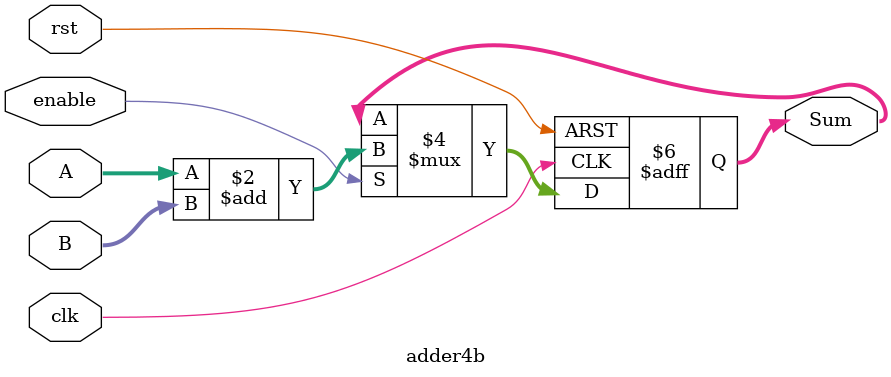
<source format=v>

module adder4b (input [3:0] A, input [3:0] B, output [4:0] Sum, input clk, input rst, input enable);

always @ (posedge clk or posedge rst) begin 
  if (rst) begin
     Sum = 4'b00;
  end else if(enable) begin
     Sum = A + B;
  end else begin
     Sum = Sum;
  end
end
   
endmodule

</source>
